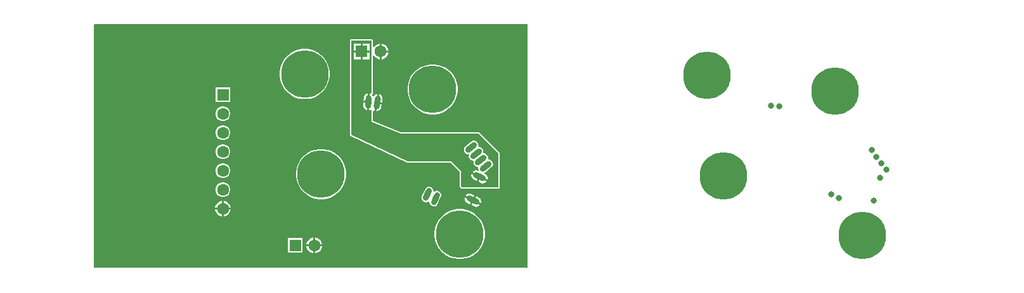
<source format=gbl>
G04*
G04 #@! TF.GenerationSoftware,Altium Limited,Altium Designer,22.6.1 (34)*
G04*
G04 Layer_Physical_Order=2*
G04 Layer_Color=16711680*
%FSLAX44Y44*%
%MOMM*%
G71*
G04*
G04 #@! TF.SameCoordinates,55340204-0453-48C6-9AD9-4A0BB80BD5D4*
G04*
G04*
G04 #@! TF.FilePolarity,Positive*
G04*
G01*
G75*
%ADD14C,0.1000*%
%ADD15C,1.6000*%
%ADD16R,1.6000X1.6000*%
%ADD17R,1.6000X1.6000*%
G04:AMPARAMS|DCode=18|XSize=0.8mm|YSize=1.8mm|CornerRadius=0mm|HoleSize=0mm|Usage=FLASHONLY|Rotation=350.000|XOffset=0mm|YOffset=0mm|HoleType=Round|Shape=Round|*
%AMOVALD18*
21,1,1.0000,0.8000,0.0000,0.0000,80.0*
1,1,0.8000,-0.0868,-0.4924*
1,1,0.8000,0.0868,0.4924*
%
%ADD18OVALD18*%

G04:AMPARAMS|DCode=19|XSize=0.8mm|YSize=1.8mm|CornerRadius=0mm|HoleSize=0mm|Usage=FLASHONLY|Rotation=357.000|XOffset=0mm|YOffset=0mm|HoleType=Round|Shape=Round|*
%AMOVALD19*
21,1,1.0000,0.8000,0.0000,0.0000,87.0*
1,1,0.8000,-0.0262,-0.4993*
1,1,0.8000,0.0262,0.4993*
%
%ADD19OVALD19*%

G04:AMPARAMS|DCode=20|XSize=0.8mm|YSize=1.8mm|CornerRadius=0mm|HoleSize=0mm|Usage=FLASHONLY|Rotation=244.000|XOffset=0mm|YOffset=0mm|HoleType=Round|Shape=Round|*
%AMOVALD20*
21,1,1.0000,0.8000,0.0000,0.0000,334.0*
1,1,0.8000,-0.4494,0.2192*
1,1,0.8000,0.4494,-0.2192*
%
%ADD20OVALD20*%

G04:AMPARAMS|DCode=21|XSize=0.8mm|YSize=1.8mm|CornerRadius=0mm|HoleSize=0mm|Usage=FLASHONLY|Rotation=154.000|XOffset=0mm|YOffset=0mm|HoleType=Round|Shape=Round|*
%AMOVALD21*
21,1,1.0000,0.8000,0.0000,0.0000,244.0*
1,1,0.8000,0.2192,0.4494*
1,1,0.8000,-0.2192,-0.4494*
%
%ADD21OVALD21*%

G04:AMPARAMS|DCode=22|XSize=0.8mm|YSize=1.8mm|CornerRadius=0mm|HoleSize=0mm|Usage=FLASHONLY|Rotation=155.000|XOffset=0mm|YOffset=0mm|HoleType=Round|Shape=Round|*
%AMOVALD22*
21,1,1.0000,0.8000,0.0000,0.0000,245.0*
1,1,0.8000,0.2113,0.4532*
1,1,0.8000,-0.2113,-0.4532*
%
%ADD22OVALD22*%

G04:AMPARAMS|DCode=23|XSize=0.8mm|YSize=1.8mm|CornerRadius=0mm|HoleSize=0mm|Usage=FLASHONLY|Rotation=309.000|XOffset=0mm|YOffset=0mm|HoleType=Round|Shape=Round|*
%AMOVALD23*
21,1,1.0000,0.8000,0.0000,0.0000,39.0*
1,1,0.8000,-0.3886,-0.3147*
1,1,0.8000,0.3886,0.3147*
%
%ADD23OVALD23*%

G04:AMPARAMS|DCode=24|XSize=0.8mm|YSize=1.8mm|CornerRadius=0mm|HoleSize=0mm|Usage=FLASHONLY|Rotation=308.000|XOffset=0mm|YOffset=0mm|HoleType=Round|Shape=Round|*
%AMOVALD24*
21,1,1.0000,0.8000,0.0000,0.0000,38.0*
1,1,0.8000,-0.3940,-0.3078*
1,1,0.8000,0.3940,0.3078*
%
%ADD24OVALD24*%

G04:AMPARAMS|DCode=25|XSize=0.8mm|YSize=1.8mm|CornerRadius=0mm|HoleSize=0mm|Usage=FLASHONLY|Rotation=245.000|XOffset=0mm|YOffset=0mm|HoleType=Round|Shape=Round|*
%AMOVALD25*
21,1,1.0000,0.8000,0.0000,0.0000,335.0*
1,1,0.8000,-0.4532,0.2113*
1,1,0.8000,0.4532,-0.2113*
%
%ADD25OVALD25*%

%ADD26C,6.3500*%
%ADD27C,0.8000*%
G36*
X4610Y-152720D02*
X-574790D01*
Y172780D01*
X-574090Y173480D01*
X4610D01*
Y-152720D01*
D02*
G37*
%LPC*%
G36*
X-203769Y153193D02*
X-230612D01*
X-230787Y153158D01*
X-230965D01*
X-231114Y153128D01*
X-231279Y153060D01*
X-231305Y153055D01*
X-231328Y153040D01*
X-231768Y152858D01*
X-231768Y152858D01*
X-231768Y152858D01*
X-232018Y152607D01*
X-232268Y152358D01*
X-232268Y152357D01*
X-232268Y152357D01*
X-232450Y151917D01*
X-232465Y151895D01*
X-232470Y151869D01*
X-232539Y151704D01*
Y151704D01*
X-232539Y151704D01*
X-232568Y151555D01*
X-232568Y151376D01*
X-232603Y151201D01*
Y25272D01*
X-232576Y25136D01*
Y25110D01*
X-232568Y25071D01*
Y24918D01*
X-232541Y24783D01*
X-232493Y24667D01*
X-232465Y24486D01*
X-232445Y24454D01*
X-232438Y24417D01*
X-232317Y24236D01*
X-232288Y24155D01*
X-232276Y24143D01*
X-232271Y24129D01*
X-232211Y24069D01*
X-232096Y23882D01*
X-232066Y23860D01*
X-232045Y23829D01*
X-231893Y23727D01*
X-231808Y23635D01*
X-231696Y23553D01*
X-231557Y23489D01*
X-231525Y23465D01*
X-231502Y23455D01*
X-231390Y23373D01*
X-155971Y-11565D01*
X-155833Y-11598D01*
X-155830Y-11600D01*
X-155815Y-11604D01*
X-155797Y-11616D01*
X-155763Y-11630D01*
X-155693Y-11644D01*
X-155562Y-11698D01*
X-155457Y-11719D01*
X-155353Y-11744D01*
X-155212Y-11750D01*
X-155143Y-11767D01*
X-155105Y-11768D01*
X-155085Y-11765D01*
X-155069Y-11768D01*
X-155065Y-11767D01*
X-154926Y-11795D01*
X-97994Y-11795D01*
X-86003Y-23786D01*
Y-43945D01*
X-85865Y-44639D01*
X-85472Y-45227D01*
X-84276Y-46423D01*
X-83688Y-46816D01*
X-82994Y-46954D01*
X-81610D01*
X-34269Y-46954D01*
X-34094Y-46919D01*
X-33915D01*
X-33766Y-46889D01*
X-33601Y-46821D01*
X-33575Y-46816D01*
X-33553Y-46801D01*
X-33113Y-46619D01*
X-33113Y-46619D01*
X-33112Y-46619D01*
X-32862Y-46368D01*
X-32612Y-46119D01*
X-32612Y-46118D01*
X-32612Y-46118D01*
X-32430Y-45678D01*
X-32415Y-45656D01*
X-32410Y-45630D01*
X-32342Y-45465D01*
Y-45465D01*
X-32342Y-45465D01*
X-32312Y-45316D01*
X-32312Y-45138D01*
X-32277Y-44962D01*
Y202D01*
X-32312Y377D01*
Y555D01*
X-32345Y720D01*
X-32345Y720D01*
Y720D01*
X-32413Y885D01*
X-32415Y895D01*
X-32421Y904D01*
X-32540Y1190D01*
X-32542Y1200D01*
X-32547Y1208D01*
X-32616Y1373D01*
X-32616Y1373D01*
X-32616Y1374D01*
X-32709Y1514D01*
X-32835Y1640D01*
X-32935Y1788D01*
X-59582Y28436D01*
X-59731Y28535D01*
X-59857Y28661D01*
X-59997Y28754D01*
X-59997Y28754D01*
X-59997Y28755D01*
X-60162Y28823D01*
X-60170Y28828D01*
X-60180Y28830D01*
X-60467Y28949D01*
X-60475Y28955D01*
X-60485Y28957D01*
X-60650Y29025D01*
X-60650D01*
X-60650Y29025D01*
X-60815Y29058D01*
X-60994D01*
X-61169Y29093D01*
X-164426D01*
X-201777Y44163D01*
Y57042D01*
X-200507Y57739D01*
X-200025Y57432D01*
X-199605Y57299D01*
X-197620Y68555D01*
X-195635Y79811D01*
X-196076Y79830D01*
X-197757Y79457D01*
X-199284Y78662D01*
X-200554Y77498D01*
X-200936Y76900D01*
X-202427Y76923D01*
X-203193Y78211D01*
X-202782Y79489D01*
X-202774Y79495D01*
X-202757Y79511D01*
X-202627Y79592D01*
X-202515Y79699D01*
X-202493Y79713D01*
X-202476Y79729D01*
X-202469Y79740D01*
X-202313Y79844D01*
X-202227Y79973D01*
X-202114Y80079D01*
X-202032Y80264D01*
X-201920Y80432D01*
X-201890Y80584D01*
X-201827Y80725D01*
X-201822Y80913D01*
X-201817Y80925D01*
X-201812Y80948D01*
Y80973D01*
X-201782Y81125D01*
Y81279D01*
X-201777Y81301D01*
Y130978D01*
X-200507Y131318D01*
X-199924Y130308D01*
X-197962Y128346D01*
X-195558Y126958D01*
X-192878Y126240D01*
X-192760D01*
Y136780D01*
Y147320D01*
X-192878D01*
X-195558Y146602D01*
X-197962Y145214D01*
X-199924Y143252D01*
X-200507Y142242D01*
X-201777Y142582D01*
Y151201D01*
X-201812Y151377D01*
Y151555D01*
X-201842Y151704D01*
X-201910Y151869D01*
X-201915Y151895D01*
X-201930Y151917D01*
X-202113Y152358D01*
X-202113Y152358D01*
X-202113Y152358D01*
X-202363Y152608D01*
X-202613Y152858D01*
X-202613Y152858D01*
X-202613Y152858D01*
X-203053Y153040D01*
X-203075Y153055D01*
X-203101Y153060D01*
X-203266Y153128D01*
X-203266D01*
X-203266Y153128D01*
X-203415Y153158D01*
X-203594Y153158D01*
X-203769Y153193D01*
D02*
G37*
G36*
X-190103Y147320D02*
X-190220D01*
Y138050D01*
X-180950D01*
Y138168D01*
X-181668Y140848D01*
X-183056Y143252D01*
X-185019Y145214D01*
X-187422Y146602D01*
X-190103Y147320D01*
D02*
G37*
G36*
X-180950Y135510D02*
X-190220D01*
Y126240D01*
X-190103D01*
X-187422Y126958D01*
X-185019Y128346D01*
X-183056Y130308D01*
X-181668Y132712D01*
X-180950Y135393D01*
Y135510D01*
D02*
G37*
G36*
X-290351Y140208D02*
X-295629D01*
X-300841Y139382D01*
X-305860Y137752D01*
X-310563Y135356D01*
X-314832Y132254D01*
X-318564Y128522D01*
X-321666Y124253D01*
X-324062Y119550D01*
X-325693Y114531D01*
X-326518Y109319D01*
Y104041D01*
X-325693Y98829D01*
X-324062Y93810D01*
X-321666Y89108D01*
X-318564Y84838D01*
X-314832Y81106D01*
X-310563Y78004D01*
X-305860Y75608D01*
X-300841Y73978D01*
X-295629Y73152D01*
X-290351D01*
X-285139Y73978D01*
X-280120Y75608D01*
X-275418Y78004D01*
X-271148Y81106D01*
X-267416Y84838D01*
X-264314Y89108D01*
X-261919Y93810D01*
X-260288Y98829D01*
X-259462Y104041D01*
Y109319D01*
X-260288Y114531D01*
X-261919Y119550D01*
X-264314Y124253D01*
X-267416Y128522D01*
X-271148Y132254D01*
X-275418Y135356D01*
X-280120Y137752D01*
X-285139Y139382D01*
X-290351Y140208D01*
D02*
G37*
G36*
X-392413Y88758D02*
X-411968D01*
Y69202D01*
X-392413D01*
Y88758D01*
D02*
G37*
G36*
X-193134Y79370D02*
X-194898Y69365D01*
X-189653Y68440D01*
X-189005Y72113D01*
X-188930Y73833D01*
X-189302Y75514D01*
X-190098Y77042D01*
X-191261Y78312D01*
X-192713Y79237D01*
X-193134Y79370D01*
D02*
G37*
G36*
X-195339Y66863D02*
X-197103Y56858D01*
X-196663Y56839D01*
X-194981Y57212D01*
X-193454Y58007D01*
X-192184Y59170D01*
X-191259Y60623D01*
X-190741Y62265D01*
X-190093Y65938D01*
X-195339Y66863D01*
D02*
G37*
G36*
X-119452Y119608D02*
X-124729D01*
X-129941Y118782D01*
X-134960Y117152D01*
X-139663Y114756D01*
X-143932Y111654D01*
X-147664Y107922D01*
X-150766Y103652D01*
X-153162Y98950D01*
X-154793Y93931D01*
X-155618Y88719D01*
Y83441D01*
X-154793Y78229D01*
X-153162Y73210D01*
X-150766Y68507D01*
X-147664Y64238D01*
X-143932Y60506D01*
X-139663Y57404D01*
X-134960Y55008D01*
X-129941Y53377D01*
X-124729Y52552D01*
X-119452D01*
X-114239Y53377D01*
X-109220Y55008D01*
X-104518Y57404D01*
X-100248Y60506D01*
X-96516Y64238D01*
X-93414Y68507D01*
X-91018Y73210D01*
X-89388Y78229D01*
X-88562Y83441D01*
Y88719D01*
X-89388Y93931D01*
X-91018Y98950D01*
X-93414Y103652D01*
X-96516Y107922D01*
X-100248Y111654D01*
X-104518Y114756D01*
X-109220Y117152D01*
X-114239Y118782D01*
X-119452Y119608D01*
D02*
G37*
G36*
X-400903Y63358D02*
X-403478D01*
X-405965Y62691D01*
X-408194Y61404D01*
X-410015Y59584D01*
X-411302Y57354D01*
X-411968Y54867D01*
Y52292D01*
X-411302Y49806D01*
X-410015Y47576D01*
X-408194Y45755D01*
X-405965Y44468D01*
X-403478Y43802D01*
X-400903D01*
X-398416Y44468D01*
X-396187Y45755D01*
X-394366Y47576D01*
X-393079Y49806D01*
X-392412Y52292D01*
Y54867D01*
X-393079Y57354D01*
X-394366Y59584D01*
X-396187Y61404D01*
X-398416Y62691D01*
X-400903Y63358D01*
D02*
G37*
G36*
X-400903Y37958D02*
X-403478D01*
X-405965Y37292D01*
X-408194Y36004D01*
X-410015Y34184D01*
X-411302Y31954D01*
X-411968Y29467D01*
Y26893D01*
X-411302Y24406D01*
X-410015Y22176D01*
X-408194Y20356D01*
X-405965Y19068D01*
X-403478Y18402D01*
X-400903D01*
X-398416Y19068D01*
X-396187Y20356D01*
X-394366Y22176D01*
X-393079Y24406D01*
X-392413Y26893D01*
Y29467D01*
X-393079Y31954D01*
X-394366Y34184D01*
X-396187Y36004D01*
X-398416Y37292D01*
X-400903Y37958D01*
D02*
G37*
G36*
X-400903Y12558D02*
X-403478D01*
X-405964Y11892D01*
X-408194Y10604D01*
X-410014Y8784D01*
X-411302Y6554D01*
X-411968Y4067D01*
Y1493D01*
X-411302Y-994D01*
X-410014Y-3224D01*
X-408194Y-5044D01*
X-405964Y-6332D01*
X-403478Y-6998D01*
X-400903D01*
X-398416Y-6332D01*
X-396186Y-5044D01*
X-394366Y-3224D01*
X-393078Y-994D01*
X-392412Y1493D01*
Y4067D01*
X-393078Y6554D01*
X-394366Y8784D01*
X-396186Y10604D01*
X-398416Y11892D01*
X-400903Y12558D01*
D02*
G37*
G36*
Y-12842D02*
X-403478D01*
X-405964Y-13508D01*
X-408194Y-14796D01*
X-410014Y-16616D01*
X-411302Y-18846D01*
X-411968Y-21333D01*
Y-23907D01*
X-411302Y-26394D01*
X-410014Y-28624D01*
X-408194Y-30444D01*
X-405964Y-31732D01*
X-403478Y-32398D01*
X-400903D01*
X-398416Y-31732D01*
X-396186Y-30444D01*
X-394366Y-28624D01*
X-393078Y-26394D01*
X-392412Y-23907D01*
Y-21333D01*
X-393078Y-18846D01*
X-394366Y-16616D01*
X-396186Y-14796D01*
X-398416Y-13508D01*
X-400903Y-12842D01*
D02*
G37*
G36*
X-400903Y-38242D02*
X-403478D01*
X-405964Y-38909D01*
X-408194Y-40196D01*
X-410015Y-42016D01*
X-411302Y-44246D01*
X-411968Y-46733D01*
Y-49307D01*
X-411302Y-51794D01*
X-410015Y-54024D01*
X-408194Y-55844D01*
X-405964Y-57132D01*
X-403478Y-57798D01*
X-400903D01*
X-398416Y-57132D01*
X-396186Y-55844D01*
X-394366Y-54024D01*
X-393079Y-51794D01*
X-392412Y-49307D01*
Y-46733D01*
X-393079Y-44246D01*
X-394366Y-42016D01*
X-396186Y-40196D01*
X-398416Y-38909D01*
X-400903Y-38242D01*
D02*
G37*
G36*
X-73348Y-53363D02*
X-75035Y-53706D01*
X-76576Y-54475D01*
X-77866Y-55616D01*
X-78109Y-55983D01*
X-68979Y-60437D01*
X-66644Y-55649D01*
X-69996Y-54014D01*
X-71629Y-53468D01*
X-73348Y-53363D01*
D02*
G37*
G36*
X-268351Y6208D02*
X-273629D01*
X-278841Y5382D01*
X-283860Y3752D01*
X-288563Y1356D01*
X-292832Y-1746D01*
X-296564Y-5478D01*
X-299666Y-9747D01*
X-302062Y-14450D01*
X-303693Y-19469D01*
X-304518Y-24681D01*
Y-29959D01*
X-303693Y-35171D01*
X-302062Y-40190D01*
X-299666Y-44893D01*
X-296564Y-49162D01*
X-292832Y-52894D01*
X-288563Y-55996D01*
X-283860Y-58392D01*
X-278841Y-60023D01*
X-273629Y-60848D01*
X-268351D01*
X-263139Y-60023D01*
X-258120Y-58392D01*
X-253418Y-55996D01*
X-249148Y-52894D01*
X-245416Y-49162D01*
X-242314Y-44893D01*
X-239918Y-40190D01*
X-238288Y-35171D01*
X-237462Y-29959D01*
Y-24681D01*
X-238288Y-19469D01*
X-239918Y-14450D01*
X-242314Y-9747D01*
X-245416Y-5478D01*
X-249148Y-1746D01*
X-253418Y1356D01*
X-258120Y3752D01*
X-263139Y5382D01*
X-268351Y6208D01*
D02*
G37*
G36*
X-64361Y-56763D02*
X-66696Y-61550D01*
X-57565Y-66004D01*
X-57425Y-65586D01*
X-57319Y-63867D01*
X-57663Y-62179D01*
X-58431Y-60638D01*
X-59572Y-59349D01*
X-61008Y-58398D01*
X-64361Y-56763D01*
D02*
G37*
G36*
X-79223Y-58266D02*
X-79363Y-58685D01*
X-79468Y-60403D01*
X-79125Y-62091D01*
X-78356Y-63632D01*
X-77215Y-64922D01*
X-75779Y-65872D01*
X-72427Y-67507D01*
X-70092Y-62720D01*
X-79223Y-58266D01*
D02*
G37*
G36*
X-126454Y-44142D02*
X-128731Y-44452D01*
X-130717Y-45610D01*
X-132108Y-47440D01*
X-136492Y-56428D01*
X-137077Y-58651D01*
X-136767Y-60928D01*
X-135609Y-62914D01*
X-133780Y-64305D01*
X-131557Y-64891D01*
X-129279Y-64581D01*
X-127588Y-63594D01*
X-126581Y-64156D01*
X-126451Y-64289D01*
X-126457Y-64314D01*
X-126107Y-66585D01*
X-124915Y-68551D01*
X-123061Y-69910D01*
X-120828Y-70456D01*
X-118556Y-70106D01*
X-116591Y-68914D01*
X-115232Y-67060D01*
X-111006Y-57997D01*
X-110459Y-55764D01*
X-110809Y-53492D01*
X-112001Y-51527D01*
X-113855Y-50168D01*
X-116088Y-49622D01*
X-118360Y-49971D01*
X-119731Y-50803D01*
X-120164Y-50652D01*
X-120975Y-50073D01*
X-121243Y-48105D01*
X-122401Y-46119D01*
X-124231Y-44727D01*
X-126454Y-44142D01*
D02*
G37*
G36*
X-67809Y-63833D02*
X-70144Y-68621D01*
X-66792Y-70256D01*
X-65159Y-70802D01*
X-63440Y-70907D01*
X-61752Y-70564D01*
X-60211Y-69796D01*
X-58921Y-68655D01*
X-58678Y-68287D01*
X-67809Y-63833D01*
D02*
G37*
G36*
X-400803Y-62880D02*
X-400920D01*
Y-72150D01*
X-391650D01*
Y-72032D01*
X-392369Y-69352D01*
X-393756Y-66948D01*
X-395719Y-64986D01*
X-398122Y-63598D01*
X-400803Y-62880D01*
D02*
G37*
G36*
X-403460D02*
X-403578D01*
X-406259Y-63598D01*
X-408662Y-64986D01*
X-410624Y-66948D01*
X-412012Y-69352D01*
X-412730Y-72032D01*
Y-72150D01*
X-403460D01*
Y-62880D01*
D02*
G37*
G36*
X-391650Y-74690D02*
X-400920D01*
Y-83960D01*
X-400803D01*
X-398122Y-83242D01*
X-395719Y-81854D01*
X-393756Y-79892D01*
X-392369Y-77488D01*
X-391650Y-74808D01*
Y-74690D01*
D02*
G37*
G36*
X-403460D02*
X-412730D01*
Y-74808D01*
X-412012Y-77488D01*
X-410624Y-79892D01*
X-408662Y-81854D01*
X-406259Y-83242D01*
X-403578Y-83960D01*
X-403460D01*
Y-74690D01*
D02*
G37*
G36*
X-278803Y-112180D02*
X-278920D01*
Y-121450D01*
X-269650D01*
Y-121332D01*
X-270368Y-118652D01*
X-271756Y-116248D01*
X-273718Y-114286D01*
X-276122Y-112898D01*
X-278803Y-112180D01*
D02*
G37*
G36*
X-281460D02*
X-281578D01*
X-284258Y-112898D01*
X-286662Y-114286D01*
X-288624Y-116248D01*
X-290012Y-118652D01*
X-290730Y-121332D01*
Y-121450D01*
X-281460D01*
Y-112180D01*
D02*
G37*
G36*
X-295812Y-112942D02*
X-315368D01*
Y-132498D01*
X-295812D01*
Y-112942D01*
D02*
G37*
G36*
X-269650Y-123990D02*
X-278920D01*
Y-133260D01*
X-278803D01*
X-276122Y-132542D01*
X-273718Y-131154D01*
X-271756Y-129192D01*
X-270368Y-126788D01*
X-269650Y-124107D01*
Y-123990D01*
D02*
G37*
G36*
X-281460D02*
X-290730D01*
Y-124107D01*
X-290012Y-126788D01*
X-288624Y-129192D01*
X-286662Y-131154D01*
X-284258Y-132542D01*
X-281578Y-133260D01*
X-281460D01*
Y-123990D01*
D02*
G37*
G36*
X-83351Y-73992D02*
X-88629D01*
X-93841Y-74818D01*
X-98860Y-76448D01*
X-103563Y-78844D01*
X-107832Y-81946D01*
X-111564Y-85678D01*
X-114666Y-89948D01*
X-117062Y-94650D01*
X-118693Y-99669D01*
X-119518Y-104881D01*
Y-110159D01*
X-118693Y-115371D01*
X-117062Y-120390D01*
X-114666Y-125092D01*
X-111564Y-129362D01*
X-107832Y-133094D01*
X-103563Y-136196D01*
X-98860Y-138592D01*
X-93841Y-140223D01*
X-88629Y-141048D01*
X-83351D01*
X-78139Y-140223D01*
X-73120Y-138592D01*
X-68418Y-136196D01*
X-64148Y-133094D01*
X-60416Y-129362D01*
X-57314Y-125092D01*
X-54918Y-120390D01*
X-53288Y-115371D01*
X-52462Y-110159D01*
Y-104881D01*
X-53288Y-99669D01*
X-54918Y-94650D01*
X-57314Y-89948D01*
X-60416Y-85678D01*
X-64148Y-81946D01*
X-68418Y-78844D01*
X-73120Y-76448D01*
X-78139Y-74818D01*
X-83351Y-73992D01*
D02*
G37*
%LPD*%
G36*
X-203620Y151350D02*
X-203590Y151201D01*
Y142855D01*
Y130905D01*
Y81301D01*
X-203595Y81279D01*
Y81125D01*
X-203724Y81044D01*
X-203741Y81028D01*
X-204124Y80786D01*
X-204245Y80672D01*
X-204387Y80584D01*
X-204499Y80430D01*
X-204637Y80299D01*
X-204855Y80219D01*
X-205533Y80543D01*
X-205967Y80623D01*
X-206565Y69209D01*
X-207163Y57796D01*
X-206723Y57831D01*
X-205100Y58405D01*
X-204860Y58570D01*
X-203590Y57902D01*
Y42940D01*
X-202456Y42482D01*
X-164778Y27280D01*
X-61169D01*
X-61004Y27247D01*
X-60864Y27154D01*
X-34216Y506D01*
X-34123Y366D01*
X-34090Y202D01*
Y-44962D01*
X-34120Y-45111D01*
X-34269Y-45141D01*
X-81610Y-45141D01*
X-82994D01*
X-84190Y-43945D01*
Y-23035D01*
X-97243Y-9982D01*
X-97994D01*
X-154926Y-9982D01*
X-155031Y-9957D01*
X-155068Y-9955D01*
X-155103Y-9941D01*
X-155209Y-9920D01*
X-230628Y25018D01*
X-230740Y25100D01*
X-230763Y25110D01*
Y25136D01*
X-230790Y25272D01*
Y151201D01*
X-230761Y151350D01*
X-230612Y151380D01*
X-203769D01*
X-203620Y151350D01*
D02*
G37*
%LPC*%
G36*
X-206350Y147320D02*
X-215620D01*
Y138050D01*
X-206350D01*
Y147320D01*
D02*
G37*
G36*
X-218160D02*
X-227430D01*
Y138050D01*
X-218160D01*
Y147320D01*
D02*
G37*
G36*
X-206350Y135510D02*
X-215620D01*
Y126240D01*
X-206350D01*
Y135510D01*
D02*
G37*
G36*
X-218160D02*
X-227430D01*
Y126240D01*
X-218160D01*
Y135510D01*
D02*
G37*
G36*
X-208503Y80756D02*
X-208943Y80721D01*
X-210566Y80147D01*
X-211985Y79171D01*
X-213104Y77862D01*
X-213845Y76307D01*
X-214159Y74614D01*
X-214354Y70889D01*
X-209035Y70611D01*
X-208503Y80756D01*
D02*
G37*
G36*
X-214487Y68353D02*
X-214682Y64628D01*
X-214547Y62911D01*
X-213972Y61288D01*
X-212997Y59869D01*
X-211688Y58751D01*
X-210133Y58009D01*
X-209700Y57929D01*
X-209168Y68074D01*
X-214487Y68353D01*
D02*
G37*
G36*
X-66157Y17473D02*
X-68446Y17263D01*
X-70480Y16193D01*
X-78252Y9900D01*
X-79722Y8132D01*
X-80403Y5937D01*
X-80193Y3648D01*
X-79123Y1614D01*
X-77355Y144D01*
X-75160Y-538D01*
X-74486Y-476D01*
X-73696Y-1470D01*
X-74014Y-2433D01*
X-73843Y-4726D01*
X-72808Y-6778D01*
X-71067Y-8279D01*
X-68884Y-8999D01*
X-68074Y-8938D01*
X-67117Y-10141D01*
X-67403Y-11063D01*
X-67193Y-13352D01*
X-66123Y-15386D01*
X-64356Y-16856D01*
X-62160Y-17538D01*
X-61622Y-17488D01*
X-60832Y-18482D01*
X-61013Y-19033D01*
X-60843Y-21326D01*
X-60633Y-21743D01*
X-60684Y-21867D01*
X-61541Y-22762D01*
X-62757Y-22378D01*
X-64478Y-22303D01*
X-66159Y-22676D01*
X-67686Y-23471D01*
X-68956Y-24635D01*
X-69193Y-25007D01*
X-58835Y-29837D01*
X-48476Y-34667D01*
X-48344Y-34246D01*
X-48268Y-32526D01*
X-48641Y-30845D01*
X-49436Y-29317D01*
X-50600Y-28048D01*
X-52052Y-27123D01*
X-53221Y-26577D01*
X-53154Y-25208D01*
X-51539Y-24394D01*
X-43659Y-18237D01*
X-42159Y-16496D01*
X-41439Y-14313D01*
X-41609Y-12020D01*
X-42644Y-9968D01*
X-44385Y-8467D01*
X-46568Y-7747D01*
X-47376Y-7807D01*
X-48166Y-6813D01*
X-47914Y-6001D01*
X-48124Y-3712D01*
X-49195Y-1678D01*
X-50962Y-208D01*
X-53157Y474D01*
X-53942Y401D01*
X-54733Y1395D01*
X-54439Y2287D01*
X-54609Y4580D01*
X-55644Y6632D01*
X-57385Y8133D01*
X-59568Y8853D01*
X-60267Y8801D01*
X-61223Y10003D01*
X-60914Y10999D01*
X-61124Y13288D01*
X-62195Y15322D01*
X-63962Y16792D01*
X-66157Y17473D01*
D02*
G37*
G36*
X-70266Y-27309D02*
X-70399Y-27729D01*
X-70474Y-29450D01*
X-70101Y-31131D01*
X-69306Y-32658D01*
X-68143Y-33928D01*
X-66691Y-34853D01*
X-63310Y-36430D01*
X-61059Y-31602D01*
X-70266Y-27309D01*
D02*
G37*
G36*
X-58757Y-32676D02*
X-61008Y-37503D01*
X-57628Y-39079D01*
X-55985Y-39597D01*
X-54265Y-39672D01*
X-52584Y-39300D01*
X-51056Y-38504D01*
X-49787Y-37341D01*
X-49550Y-36969D01*
X-58757Y-32676D01*
D02*
G37*
%LPD*%
D14*
X623570Y191770D02*
D03*
X633730Y191770D02*
D03*
X-654050Y195580D02*
D03*
X-633732Y195850D02*
D03*
X-643890Y195580D02*
D03*
X-623573Y195850D02*
D03*
X-613415D02*
D03*
X-664210Y195580D02*
D03*
X582930Y-176530D02*
D03*
X101600Y191770D02*
D03*
X121920Y191770D02*
D03*
X111760Y191770D02*
D03*
X132080D02*
D03*
X142240Y191770D02*
D03*
X48260Y191770D02*
D03*
X68580D02*
D03*
X58420Y191770D02*
D03*
X78740Y191770D02*
D03*
X88900Y191770D02*
D03*
X100330Y-176530D02*
D03*
X120650D02*
D03*
X110490D02*
D03*
X130810D02*
D03*
X140970D02*
D03*
X48260D02*
D03*
X68580D02*
D03*
X58420D02*
D03*
X78740D02*
D03*
X88900D02*
D03*
X635000D02*
D03*
X624840Y-176530D02*
D03*
X604520Y-176530D02*
D03*
X614680Y-176530D02*
D03*
X594360D02*
D03*
X-666747Y-176530D02*
D03*
X612140Y191770D02*
D03*
X591820Y191770D02*
D03*
X601980Y191770D02*
D03*
X581660Y191770D02*
D03*
X-614685Y-176530D02*
D03*
X-624843D02*
D03*
X-645160D02*
D03*
X-635002D02*
D03*
X-655319D02*
D03*
X-595630Y-8891D02*
D03*
X-595630Y11430D02*
D03*
X-595630Y1270D02*
D03*
X-595630Y21590D02*
D03*
X-595629Y31750D02*
D03*
X562610Y31751D02*
D03*
X562610Y11430D02*
D03*
X562610Y21590D02*
D03*
X562610Y1270D02*
D03*
X562609Y-8890D02*
D03*
X473711Y194310D02*
D03*
X453390Y194310D02*
D03*
X463550Y194310D02*
D03*
X443230Y194310D02*
D03*
X433070Y194310D02*
D03*
X284480Y194310D02*
D03*
X264160Y194310D02*
D03*
X274320Y194310D02*
D03*
X254000Y194310D02*
D03*
X243840Y194310D02*
D03*
X25400Y31750D02*
D03*
Y11430D02*
D03*
X25400Y21590D02*
D03*
X25400Y1270D02*
D03*
Y-8890D02*
D03*
X162560Y31750D02*
D03*
Y11430D02*
D03*
X162560Y21590D02*
D03*
X162560Y1270D02*
D03*
Y-8890D02*
D03*
X473710Y-176530D02*
D03*
X453390D02*
D03*
X463550D02*
D03*
X443230D02*
D03*
X433070D02*
D03*
X284480D02*
D03*
X264160D02*
D03*
X274320D02*
D03*
X254000D02*
D03*
X243840D02*
D03*
X-107950D02*
D03*
X-128270D02*
D03*
X-118110D02*
D03*
X-138430D02*
D03*
X-148590D02*
D03*
X-444500D02*
D03*
X-464820D02*
D03*
X-454660D02*
D03*
X-474980D02*
D03*
X-485140D02*
D03*
X-107950Y195580D02*
D03*
X-128270D02*
D03*
X-118110D02*
D03*
X-138430D02*
D03*
X-148590D02*
D03*
X-444500D02*
D03*
X-464820D02*
D03*
X-454660D02*
D03*
X-474980D02*
D03*
X-485140D02*
D03*
D15*
X-280190Y-122720D02*
D03*
X-402191Y53580D02*
D03*
Y28180D02*
D03*
Y2780D02*
D03*
Y-22620D02*
D03*
Y-48020D02*
D03*
Y-73420D02*
D03*
X-191490Y136780D02*
D03*
D16*
X-305590Y-122720D02*
D03*
X-216890Y136780D02*
D03*
D17*
X-402191Y78980D02*
D03*
D18*
X-196369Y68334D02*
D03*
D19*
X-207833Y69276D02*
D03*
D20*
X-68394Y-62135D02*
D03*
D21*
X-129005Y-54516D02*
D03*
D22*
X-118458Y-60039D02*
D03*
D23*
X-70659Y8468D02*
D03*
X-57659Y-8532D02*
D03*
D24*
X-64226Y-73D02*
D03*
X-51226Y-16673D02*
D03*
D25*
X-59371Y-30988D02*
D03*
D26*
X-122090Y86080D02*
D03*
X-85990Y-107520D02*
D03*
X-270990Y-27320D02*
D03*
X-292990Y106680D02*
D03*
X266370Y-29550D02*
D03*
X415370Y83750D02*
D03*
X451470Y-109650D02*
D03*
X244570Y104550D02*
D03*
D27*
X470570Y-4050D02*
D03*
X484070Y-21250D02*
D03*
X464070Y4750D02*
D03*
X409870Y-54050D02*
D03*
X420370Y-59550D02*
D03*
X340670Y63150D02*
D03*
X475470Y-31950D02*
D03*
X466470Y-63050D02*
D03*
X477370Y-12550D02*
D03*
X329570Y64050D02*
D03*
M02*

</source>
